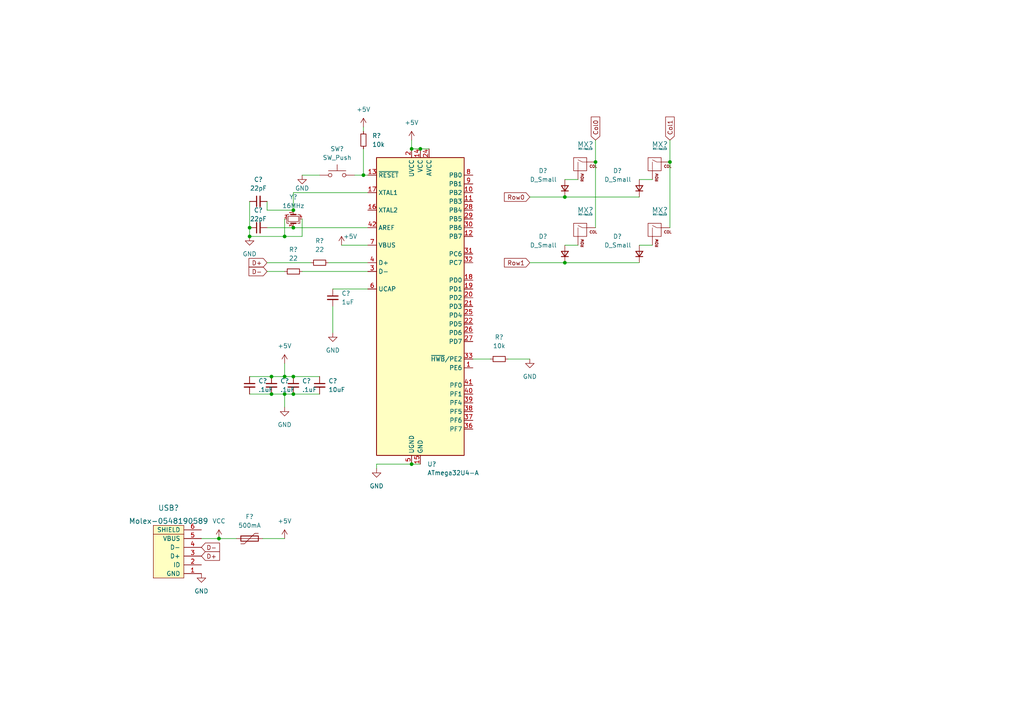
<source format=kicad_sch>
(kicad_sch (version 20211123) (generator eeschema)
  (paper "A4")
  (lib_symbols
    (symbol "Device:C_Small" (pin_numbers hide) (pin_names (offset 0.254) hide)
      (property "Reference" "C" (at 0.254 1.778 0))
      (property "Value" "C_Small" (at 0.254 -2.032 0))
      (symbol "C_Small_0_1"
        (polyline (pts (xy -1.524 -0.508) (xy 1.524 -0.508)) (stroke (width 0.3302)))
        (polyline (pts (xy -1.524 0.508) (xy 1.524 0.508)) (stroke (width 0.3048)))
      )
      (symbol "C_Small_1_1"
        (pin passive line (at 0 2.54 270) (length 2.032) (name "~") (number "1"))
        (pin passive line (at 0 -2.54 90) (length 2.032) (name "~") (number "2"))
      )
    )
    (symbol "Device:Crystal_GND24_Small" (pin_names (offset 1.016) hide)
      (property "Reference" "Y" (at 1.27 4.445 0))
      (property "Value" "Crystal_GND24_Small" (at 1.27 2.54 0))
      (symbol "Crystal_GND24_Small_0_1"
        (rectangle (start -0.762 -1.524) (end 0.762 1.524))
        (polyline (pts (xy -1.27 -0.762) (xy -1.27 0.762)) (stroke (width 0.381)))
        (polyline (pts (xy 1.27 -0.762) (xy 1.27 0.762)) (stroke (width 0.381)))
        (polyline (pts (xy -1.27 -1.27) (xy -1.27 -1.905) (xy 1.27 -1.905) (xy 1.27 -1.27)))
        (polyline (pts (xy -1.27 1.27) (xy -1.27 1.905) (xy 1.27 1.905) (xy 1.27 1.27)))
      )
      (symbol "Crystal_GND24_Small_1_1"
        (pin passive line (at -2.54 0 0) (length 1.27) (name "1") (number "1"))
        (pin passive line (at 0 -2.54 90) (length 0.635) (name "2") (number "2"))
        (pin passive line (at 2.54 0 180) (length 1.27) (name "3") (number "3"))
        (pin passive line (at 0 2.54 270) (length 0.635) (name "4") (number "4"))
      )
    )
    (symbol "Device:D_Small" (pin_numbers hide) (pin_names (offset 0.254) hide)
      (property "Reference" "D" (at -1.27 2.032 0))
      (property "Value" "D_Small" (at -3.81 -2.032 0))
      (symbol "D_Small_0_1"
        (polyline (pts (xy -0.762 -1.016) (xy -0.762 1.016)) (stroke (width 0.254)))
        (polyline (pts (xy -0.762 0) (xy 0.762 0)))
        (polyline (pts (xy 0.762 -1.016) (xy -0.762 0) (xy 0.762 1.016) (xy 0.762 -1.016)) (stroke (width 0.254)))
      )
      (symbol "D_Small_1_1"
        (pin passive line (at -2.54 0 0) (length 1.778) (name "K") (number "1"))
        (pin passive line (at 2.54 0 180) (length 1.778) (name "A") (number "2"))
      )
    )
    (symbol "Device:Polyfuse" (pin_numbers hide) (pin_names (offset 0))
      (property "Reference" "F" (at -2.54 0 90))
      (property "Value" "Polyfuse" (at 2.54 0 90))
      (symbol "Polyfuse_0_1"
        (rectangle (start -0.762 2.54) (end 0.762 -2.54) (stroke (width 0.254)))
        (polyline (pts (xy 0 2.54) (xy 0 -2.54)))
        (polyline (pts (xy -1.524 2.54) (xy -1.524 1.524) (xy 1.524 -1.524) (xy 1.524 -2.54)))
      )
      (symbol "Polyfuse_1_1"
        (pin passive line (at 0 3.81 270) (length 1.27) (name "~") (number "1"))
        (pin passive line (at 0 -3.81 90) (length 1.27) (name "~") (number "2"))
      )
    )
    (symbol "Device:R_Small" (pin_numbers hide) (pin_names (offset 0.254) hide)
      (property "Reference" "R" (at 0.762 0.508 0))
      (property "Value" "R_Small" (at 0.762 -1.016 0))
      (symbol "R_Small_0_1"
        (rectangle (start -0.762 1.778) (end 0.762 -1.778) (stroke (width 0.2032)))
      )
      (symbol "R_Small_1_1"
        (pin passive line (at 0 2.54 270) (length 0.762) (name "~") (number "1"))
        (pin passive line (at 0 -2.54 90) (length 0.762) (name "~") (number "2"))
      )
    )
    (symbol "MCU_Microchip_ATmega:ATmega32U4-A"
      (property "Reference" "U" (at -12.7 44.45 0))
      (property "Value" "ATmega32U4-A" (at 2.54 -44.45 0))
      (symbol "ATmega32U4-A_0_1"
        (rectangle (start -12.7 -43.18) (end 12.7 43.18) (stroke (width 0.254)) (fill (type background)))
      )
      (symbol "ATmega32U4-A_1_1"
        (pin bidirectional line (at 15.24 -17.78 180) (length 2.54) (name "PE6") (number "1"))
        (pin bidirectional line (at 15.24 33.02 180) (length 2.54) (name "PB2") (number "10"))
        (pin bidirectional line (at 15.24 30.48 180) (length 2.54) (name "PB3") (number "11"))
        (pin bidirectional line (at 15.24 20.32 180) (length 2.54) (name "PB7") (number "12"))
        (pin input line (at -15.24 38.1 0) (length 2.54) (name "~{RESET}") (number "13"))
        (pin power_in line (at 0 45.72 270) (length 2.54) (name "VCC") (number "14"))
        (pin power_in line (at 0 -45.72 90) (length 2.54) (name "GND") (number "15"))
        (pin output line (at -15.24 27.94 0) (length 2.54) (name "XTAL2") (number "16"))
        (pin input line (at -15.24 33.02 0) (length 2.54) (name "XTAL1") (number "17"))
        (pin bidirectional line (at 15.24 7.62 180) (length 2.54) (name "PD0") (number "18"))
        (pin bidirectional line (at 15.24 5.08 180) (length 2.54) (name "PD1") (number "19"))
        (pin power_in line (at -2.54 45.72 270) (length 2.54) (name "UVCC") (number "2"))
        (pin bidirectional line (at 15.24 2.54 180) (length 2.54) (name "PD2") (number "20"))
        (pin bidirectional line (at 15.24 0 180) (length 2.54) (name "PD3") (number "21"))
        (pin bidirectional line (at 15.24 -5.08 180) (length 2.54) (name "PD5") (number "22"))
        (pin passive line (at 0 -45.72 90) (length 2.54) hide (name "GND") (number "23"))
        (pin power_in line (at 2.54 45.72 270) (length 2.54) (name "AVCC") (number "24"))
        (pin bidirectional line (at 15.24 -2.54 180) (length 2.54) (name "PD4") (number "25"))
        (pin bidirectional line (at 15.24 -7.62 180) (length 2.54) (name "PD6") (number "26"))
        (pin bidirectional line (at 15.24 -10.16 180) (length 2.54) (name "PD7") (number "27"))
        (pin bidirectional line (at 15.24 27.94 180) (length 2.54) (name "PB4") (number "28"))
        (pin bidirectional line (at 15.24 25.4 180) (length 2.54) (name "PB5") (number "29"))
        (pin bidirectional line (at -15.24 10.16 0) (length 2.54) (name "D-") (number "3"))
        (pin bidirectional line (at 15.24 22.86 180) (length 2.54) (name "PB6") (number "30"))
        (pin bidirectional line (at 15.24 15.24 180) (length 2.54) (name "PC6") (number "31"))
        (pin bidirectional line (at 15.24 12.7 180) (length 2.54) (name "PC7") (number "32"))
        (pin bidirectional line (at 15.24 -15.24 180) (length 2.54) (name "~{HWB}/PE2") (number "33"))
        (pin passive line (at 0 45.72 270) (length 2.54) hide (name "VCC") (number "34"))
        (pin passive line (at 0 -45.72 90) (length 2.54) hide (name "GND") (number "35"))
        (pin bidirectional line (at 15.24 -35.56 180) (length 2.54) (name "PF7") (number "36"))
        (pin bidirectional line (at 15.24 -33.02 180) (length 2.54) (name "PF6") (number "37"))
        (pin bidirectional line (at 15.24 -30.48 180) (length 2.54) (name "PF5") (number "38"))
        (pin bidirectional line (at 15.24 -27.94 180) (length 2.54) (name "PF4") (number "39"))
        (pin bidirectional line (at -15.24 12.7 0) (length 2.54) (name "D+") (number "4"))
        (pin bidirectional line (at 15.24 -25.4 180) (length 2.54) (name "PF1") (number "40"))
        (pin bidirectional line (at 15.24 -22.86 180) (length 2.54) (name "PF0") (number "41"))
        (pin passive line (at -15.24 22.86 0) (length 2.54) (name "AREF") (number "42"))
        (pin passive line (at 0 -45.72 90) (length 2.54) hide (name "GND") (number "43"))
        (pin passive line (at 2.54 45.72 270) (length 2.54) hide (name "AVCC") (number "44"))
        (pin passive line (at -2.54 -45.72 90) (length 2.54) (name "UGND") (number "5"))
        (pin passive line (at -15.24 5.08 0) (length 2.54) (name "UCAP") (number "6"))
        (pin input line (at -15.24 17.78 0) (length 2.54) (name "VBUS") (number "7"))
        (pin bidirectional line (at 15.24 38.1 180) (length 2.54) (name "PB0") (number "8"))
        (pin bidirectional line (at 15.24 35.56 180) (length 2.54) (name "PB1") (number "9"))
      )
    )
    (symbol "MX_Alps_Hybrid:MX-NoLED" (pin_names (offset 1.016))
      (property "Reference" "MX" (at -0.635 3.81 0))
      (property "Value" "MX-NoLED" (at -0.635 1.27 0))
      (symbol "MX-NoLED_0_0"
        (rectangle (start -2.54 2.54) (end 1.27 -1.27))
        (polyline (pts (xy -1.27 -1.27) (xy -1.27 1.27)) (stroke (width 0.127)))
        (polyline (pts (xy 1.27 1.27) (xy 0 1.27) (xy -1.27 1.905)) (stroke (width 0.127)))
        (text "COL" (at 3.175 0 0) (effects (font (size 0.762 0.762))))
        (text "ROW" (at 0 -1.905 900) (effects (font (size 0.762 0.762)) (justify right)))
      )
      (symbol "MX-NoLED_1_1"
        (pin passive line (at 3.81 1.27 180) (length 2.54) (name "COL") (number "1"))
        (pin passive line (at -1.27 -3.81 90) (length 2.54) (name "ROW") (number "2"))
      )
    )
    (symbol "Switch:SW_Push" (pin_numbers hide) (pin_names (offset 1.016) hide)
      (property "Reference" "SW" (at 1.27 2.54 0))
      (property "Value" "SW_Push" (at 0 -1.524 0))
      (symbol "SW_Push_0_1"
        (circle (center -2.032 0) (radius 0.508))
        (polyline (pts (xy 0 1.27) (xy 0 3.048)))
        (polyline (pts (xy 2.54 1.27) (xy -2.54 1.27)))
        (circle (center 2.032 0) (radius 0.508))
        (pin passive line (at -5.08 0 0) (length 2.54) (name "1") (number "1"))
        (pin passive line (at 5.08 0 180) (length 2.54) (name "2") (number "2"))
      )
    )
    (symbol "power:+5V" (power) (pin_names (offset 0))
      (property "Value" "+5V" (at 0 3.556 0))
      (symbol "+5V_0_1"
        (polyline (pts (xy -0.762 1.27) (xy 0 2.54)))
        (polyline (pts (xy 0 0) (xy 0 2.54)))
        (polyline (pts (xy 0 2.54) (xy 0.762 1.27)))
      )
      (symbol "+5V_1_1"
        (pin power_in line (at 0 0 90) (length 0) hide (name "+5V") (number "1"))
      )
    )
    (symbol "power:GND" (power) (pin_names (offset 0))
      (property "Value" "GND" (at 0 -3.81 0))
      (symbol "GND_0_1"
        (polyline (pts (xy 0 0) (xy 0 -1.27) (xy 1.27 -1.27) (xy 0 -2.54) (xy -1.27 -1.27) (xy 0 -1.27)))
      )
      (symbol "GND_1_1"
        (pin power_in line (at 0 0 270) (length 0) hide (name "GND") (number "1"))
      )
    )
    (symbol "power:VCC" (power) (pin_names (offset 0))
      (property "Value" "VCC" (at 0 3.81 0))
      (symbol "VCC_0_1"
        (polyline (pts (xy -0.762 1.27) (xy 0 2.54)))
        (polyline (pts (xy 0 0) (xy 0 2.54)))
        (polyline (pts (xy 0 2.54) (xy 0.762 1.27)))
      )
      (symbol "VCC_1_1"
        (pin power_in line (at 0 0 90) (length 0) hide (name "VCC") (number "1"))
      )
    )
    (symbol "random-keyboard-parts:Molex-0548190589" (pin_names (offset 1.016))
      (property "Reference" "USB" (at 0 7.62 0))
      (property "Value" "Molex-0548190589" (at 0 10.16 0))
      (symbol "Molex-0548190589_0_0"
        (polyline (pts (xy 6.35 -2.54) (xy 6.35 6.35)))
        (rectangle (start 8.89 -2.54) (end -6.35 6.35) (fill (type background)))
      )
      (symbol "Molex-0548190589_1_1"
        (pin input line (at -5.08 -7.62 90) (length 5.08) (name "GND") (number "1"))
        (pin input line (at -2.54 -7.62 90) (length 5.08) (name "ID") (number "2"))
        (pin input line (at 0 -7.62 90) (length 5.08) (name "D+") (number "3"))
        (pin input line (at 2.54 -7.62 90) (length 5.08) (name "D-") (number "4"))
        (pin input line (at 5.08 -7.62 90) (length 5.08) (name "VBUS") (number "5"))
        (pin input line (at 7.62 -7.62 90) (length 5.08) (name "SHIELD") (number "6"))
      )
    )
  )
  (junction (at 82.55 68.58))
  (junction (at 172.72 46.99))
  (junction (at 82.55 114.3))
  (junction (at 72.39 66.04))
  (junction (at 163.83 76.2))
  (junction (at 121.92 43.18))
  (junction (at 119.38 43.18))
  (junction (at 163.83 57.15))
  (junction (at 105.41 50.8))
  (junction (at 72.39 68.58))
  (junction (at 78.74 114.3))
  (junction (at 78.74 109.22))
  (junction (at 85.09 60.96))
  (junction (at 119.38 134.62))
  (junction (at 194.31 46.99))
  (junction (at 82.55 109.22))
  (junction (at 85.09 66.04))
  (junction (at 85.09 114.3))
  (junction (at 85.09 109.22))
  (junction (at 63.5 156.21))
  (wire (pts (xy 109.22 134.62) (xy 109.22 135.89)))
  (wire (pts (xy 82.55 114.3) (xy 85.09 114.3)))
  (wire (pts (xy 96.52 88.9) (xy 96.52 96.52)))
  (wire (pts (xy 119.38 134.62) (xy 109.22 134.62)))
  (wire (pts (xy 153.67 57.15) (xy 163.83 57.15)))
  (wire (pts (xy 72.39 114.3) (xy 78.74 114.3)))
  (wire (pts (xy 137.16 104.14) (xy 142.24 104.14)))
  (wire (pts (xy 172.72 46.99) (xy 172.72 66.04)))
  (wire (pts (xy 77.47 76.2) (xy 90.17 76.2)))
  (wire (pts (xy 121.92 134.62) (xy 119.38 134.62)))
  (wire (pts (xy 58.42 156.21) (xy 63.5 156.21)))
  (wire (pts (xy 85.09 114.3) (xy 92.71 114.3)))
  (wire (pts (xy 77.47 58.42) (xy 77.47 60.96)))
  (wire (pts (xy 77.47 78.74) (xy 82.55 78.74)))
  (wire (pts (xy 87.63 63.5) (xy 87.63 68.58)))
  (wire (pts (xy 121.92 43.18) (xy 124.46 43.18)))
  (wire (pts (xy 85.09 55.88) (xy 85.09 60.96)))
  (wire (pts (xy 85.09 109.22) (xy 92.71 109.22)))
  (wire (pts (xy 194.31 40.64) (xy 194.31 46.99)))
  (wire (pts (xy 185.42 71.12) (xy 189.23 71.12)))
  (wire (pts (xy 163.83 52.07) (xy 167.64 52.07)))
  (wire (pts (xy 72.39 66.04) (xy 72.39 68.58)))
  (wire (pts (xy 82.55 114.3) (xy 82.55 118.11)))
  (wire (pts (xy 72.39 58.42) (xy 72.39 66.04)))
  (wire (pts (xy 72.39 109.22) (xy 78.74 109.22)))
  (wire (pts (xy 82.55 68.58) (xy 82.55 63.5)))
  (wire (pts (xy 87.63 78.74) (xy 106.68 78.74)))
  (wire (pts (xy 82.55 109.22) (xy 85.09 109.22)))
  (wire (pts (xy 95.25 76.2) (xy 106.68 76.2)))
  (wire (pts (xy 163.83 57.15) (xy 185.42 57.15)))
  (wire (pts (xy 153.67 76.2) (xy 163.83 76.2)))
  (wire (pts (xy 172.72 40.64) (xy 172.72 46.99)))
  (wire (pts (xy 99.06 71.12) (xy 106.68 71.12)))
  (wire (pts (xy 78.74 109.22) (xy 82.55 109.22)))
  (wire (pts (xy 163.83 71.12) (xy 167.64 71.12)))
  (wire (pts (xy 85.09 66.04) (xy 106.68 66.04)))
  (wire (pts (xy 163.83 76.2) (xy 185.42 76.2)))
  (wire (pts (xy 147.32 104.14) (xy 153.67 104.14)))
  (wire (pts (xy 96.52 83.82) (xy 106.68 83.82)))
  (wire (pts (xy 82.55 105.41) (xy 82.55 109.22)))
  (wire (pts (xy 105.41 36.83) (xy 105.41 38.1)))
  (wire (pts (xy 82.55 68.58) (xy 72.39 68.58)))
  (wire (pts (xy 194.31 46.99) (xy 194.31 66.04)))
  (wire (pts (xy 87.63 68.58) (xy 82.55 68.58)))
  (wire (pts (xy 87.63 50.8) (xy 92.71 50.8)))
  (wire (pts (xy 105.41 50.8) (xy 106.68 50.8)))
  (wire (pts (xy 85.09 60.96) (xy 77.47 60.96)))
  (wire (pts (xy 85.09 55.88) (xy 106.68 55.88)))
  (wire (pts (xy 78.74 114.3) (xy 82.55 114.3)))
  (wire (pts (xy 119.38 40.64) (xy 119.38 43.18)))
  (wire (pts (xy 105.41 43.18) (xy 105.41 50.8)))
  (wire (pts (xy 119.38 43.18) (xy 121.92 43.18)))
  (wire (pts (xy 185.42 52.07) (xy 189.23 52.07)))
  (wire (pts (xy 63.5 156.21) (xy 68.58 156.21)))
  (wire (pts (xy 102.87 50.8) (xy 105.41 50.8)))
  (wire (pts (xy 76.2 156.21) (xy 82.55 156.21)))
  (wire (pts (xy 77.47 66.04) (xy 85.09 66.04)))
  (global_label "Col0" (shape input) (at 172.72 40.64 90) (property "Intersheet References" "${INTERSHEET_REFS}" (effects hide)))
  (global_label "Row1" (shape input) (at 153.67 76.2 180) (property "Intersheet References" "${INTERSHEET_REFS}" (effects hide)))
  (global_label "Col1" (shape input) (at 194.31 40.64 90) (property "Intersheet References" "${INTERSHEET_REFS}" (effects hide)))
  (global_label "D+" (shape input) (at 77.47 76.2 180) (property "Intersheet References" "${INTERSHEET_REFS}" (effects hide)))
  (global_label "D+" (shape input) (at 58.42 161.29 0) (property "Intersheet References" "${INTERSHEET_REFS}" (effects hide)))
  (global_label "D-" (shape input) (at 77.47 78.74 180) (property "Intersheet References" "${INTERSHEET_REFS}" (effects hide)))
  (global_label "D-" (shape input) (at 58.42 158.75 0) (property "Intersheet References" "${INTERSHEET_REFS}" (effects hide)))
  (global_label "Row0" (shape input) (at 153.67 57.15 180) (property "Intersheet References" "${INTERSHEET_REFS}" (effects hide)))
  (symbol (lib_id "Device:R_Small") (at 85.09 78.74 90) (unit 1)
    (property "Reference" "R?" (at 85.09 72.39 90))
    (property "Value" "22" (at 85.09 74.93 90))
  )
  (symbol (lib_id "Device:R_Small") (at 92.71 76.2 90) (unit 1)
    (property "Reference" "R?" (at 92.71 69.85 90))
    (property "Value" "22" (at 92.71 72.39 90))
  )
  (symbol (lib_id "power:+5V") (at 119.38 40.64 0) (unit 1)
    (property "Reference" "#PWR?" (effects hide))
    (property "Value" "+5V" (at 119.38 35.56 0))
  )
  (symbol (lib_id "MX_Alps_Hybrid:MX-NoLED") (at 190.5 48.26 0) (unit 1)
    (property "Reference" "MX?" (at 191.3856 41.91 0) (effects (font (size 1.524 1.524))))
    (property "Value" "MX-NoLED" (at 191.3856 43.18 0) (effects (font (size 0.508 0.508))))
  )
  (symbol (lib_id "power:GND") (at 58.42 166.37 0) (unit 1)
    (property "Reference" "#PWR?" (effects hide))
    (property "Value" "GND" (at 58.42 171.45 0))
  )
  (symbol (lib_id "power:GND") (at 82.55 118.11 0) (unit 1)
    (property "Reference" "#PWR?" (effects hide))
    (property "Value" "GND" (at 82.55 123.19 0))
  )
  (symbol (lib_id "Device:C_Small") (at 78.74 111.76 0) (unit 1)
    (property "Reference" "C?" (at 81.28 110.4962 0) (effects (justify left)))
    (property "Value" ".1uF" (at 81.28 113.0362 0) (effects (justify left)))
  )
  (symbol (lib_id "power:GND") (at 87.63 50.8 0) (unit 1)
    (property "Reference" "#PWR?" (effects hide))
    (property "Value" "GND" (at 87.63 54.61 0))
  )
  (symbol (lib_id "power:+5V") (at 82.55 105.41 0) (unit 1)
    (property "Reference" "#PWR?" (effects hide))
    (property "Value" "+5V" (at 82.55 100.33 0))
  )
  (symbol (lib_id "Device:Crystal_GND24_Small") (at 85.09 63.5 270) (unit 1)
    (property "Reference" "Y?" (at 85.09 57.15 90))
    (property "Value" "16MHz" (at 85.09 59.69 90))
  )
  (symbol (lib_id "power:+5V") (at 99.06 71.12 0) (unit 1)
    (property "Reference" "#PWR?" (effects hide))
    (property "Value" "+5V" (at 101.6 68.58 0))
  )
  (symbol (lib_id "MX_Alps_Hybrid:MX-NoLED") (at 168.91 67.31 0) (unit 1)
    (property "Reference" "MX?" (at 169.7956 60.96 0) (effects (font (size 1.524 1.524))))
    (property "Value" "MX-NoLED" (at 169.7956 62.23 0) (effects (font (size 0.508 0.508))))
  )
  (symbol (lib_id "Device:R_Small") (at 144.78 104.14 90) (unit 1)
    (property "Reference" "R?" (at 144.78 97.79 90))
    (property "Value" "10k" (at 144.78 100.33 90))
  )
  (symbol (lib_id "Device:D_Small") (at 185.42 54.61 90) (unit 1)
    (property "Reference" "D?" (at 177.8 49.53 90) (effects (justify right)))
    (property "Value" "D_Small" (at 175.26 52.07 90) (effects (justify right)))
  )
  (symbol (lib_id "power:+5V") (at 82.55 156.21 0) (unit 1)
    (property "Reference" "#PWR?" (effects hide))
    (property "Value" "+5V" (at 82.55 151.13 0))
  )
  (symbol (lib_id "power:GND") (at 153.67 104.14 0) (unit 1)
    (property "Reference" "#PWR?" (effects hide))
    (property "Value" "GND" (at 153.67 109.22 0))
  )
  (symbol (lib_id "MCU_Microchip_ATmega:ATmega32U4-A") (at 121.92 88.9 0) (unit 1)
    (property "Reference" "U?" (at 123.9394 134.62 0) (effects (justify left)))
    (property "Value" "ATmega32U4-A" (at 123.9394 137.16 0) (effects (justify left)))
    (property "Footprint" "Package_QFP:TQFP-44_10x10mm_P0.8mm" (effects hide))
    (property "Datasheet" "http://ww1.microchip.com/downloads/en/DeviceDoc/Atmel-7766-8-bit-AVR-ATmega16U4-32U4_Datasheet.pdf" (effects hide))
  )
  (symbol (lib_id "Device:D_Small") (at 163.83 54.61 90) (unit 1)
    (property "Reference" "D?" (at 156.21 49.53 90) (effects (justify right)))
    (property "Value" "D_Small" (at 153.67 52.07 90) (effects (justify right)))
  )
  (symbol (lib_id "Device:C_Small") (at 96.52 86.36 0) (unit 1)
    (property "Reference" "C?" (at 99.06 85.0962 0) (effects (justify left)))
    (property "Value" "1uF" (at 99.06 87.6362 0) (effects (justify left)))
  )
  (symbol (lib_id "Switch:SW_Push") (at 97.79 50.8 0) (unit 1)
    (property "Reference" "SW?" (at 97.79 43.18 0))
    (property "Value" "SW_Push" (at 97.79 45.72 0))
  )
  (symbol (lib_id "Device:Polyfuse") (at 72.39 156.21 90) (unit 1)
    (property "Reference" "F?" (at 72.39 149.86 90))
    (property "Value" "500mA" (at 72.39 152.4 90))
  )
  (symbol (lib_id "Device:R_Small") (at 105.41 40.64 180) (unit 1)
    (property "Reference" "R?" (at 107.95 39.3699 0) (effects (justify right)))
    (property "Value" "10k" (at 107.95 41.9099 0) (effects (justify right)))
  )
  (symbol (lib_id "power:GND") (at 96.52 96.52 0) (unit 1)
    (property "Reference" "#PWR?" (effects hide))
    (property "Value" "GND" (at 96.52 101.6 0))
  )
  (symbol (lib_id "random-keyboard-parts:Molex-0548190589") (at 50.8 161.29 90) (unit 1)
    (property "Reference" "USB?" (at 48.895 147.32 90) (effects (font (size 1.524 1.524))))
    (property "Value" "Molex-0548190589" (at 48.895 151.13 90) (effects (font (size 1.524 1.524))))
  )
  (symbol (lib_id "Device:C_Small") (at 74.93 58.42 90) (unit 1)
    (property "Reference" "C?" (at 74.9363 52.07 90))
    (property "Value" "22pF" (at 74.9363 54.61 90))
  )
  (symbol (lib_id "Device:C_Small") (at 74.93 66.04 90) (unit 1)
    (property "Reference" "C?" (at 74.93 60.96 90))
    (property "Value" "22pF" (at 74.93 63.5 90))
  )
  (symbol (lib_id "Device:D_Small") (at 163.83 73.66 90) (unit 1)
    (property "Reference" "D?" (at 156.21 68.58 90) (effects (justify right)))
    (property "Value" "D_Small" (at 153.67 71.12 90) (effects (justify right)))
  )
  (symbol (lib_id "power:GND") (at 72.39 68.58 0) (unit 1)
    (property "Reference" "#PWR?" (effects hide))
    (property "Value" "GND" (at 72.39 73.66 0))
  )
  (symbol (lib_id "MX_Alps_Hybrid:MX-NoLED") (at 168.91 48.26 0) (unit 1)
    (property "Reference" "MX?" (at 169.7956 41.91 0) (effects (font (size 1.524 1.524))))
    (property "Value" "MX-NoLED" (at 169.7956 43.18 0) (effects (font (size 0.508 0.508))))
  )
  (symbol (lib_id "Device:C_Small") (at 85.09 111.76 0) (unit 1)
    (property "Reference" "C?" (at 87.63 110.4962 0) (effects (justify left)))
    (property "Value" ".1uF" (at 87.63 113.0362 0) (effects (justify left)))
  )
  (symbol (lib_id "Device:C_Small") (at 72.39 111.76 0) (unit 1)
    (property "Reference" "C?" (at 74.93 110.4962 0) (effects (justify left)))
    (property "Value" ".1uF" (at 74.93 113.0362 0) (effects (justify left)))
  )
  (symbol (lib_id "power:GND") (at 109.22 135.89 0) (unit 1)
    (property "Reference" "#PWR?" (effects hide))
    (property "Value" "GND" (at 109.22 140.97 0))
  )
  (symbol (lib_id "power:+5V") (at 105.41 36.83 0) (unit 1)
    (property "Reference" "#PWR?" (effects hide))
    (property "Value" "+5V" (at 105.41 31.75 0))
  )
  (symbol (lib_id "Device:C_Small") (at 92.71 111.76 0) (unit 1)
    (property "Reference" "C?" (at 95.25 110.4962 0) (effects (justify left)))
    (property "Value" "10uF" (at 95.25 113.0362 0) (effects (justify left)))
  )
  (symbol (lib_id "power:VCC") (at 63.5 156.21 0) (unit 1)
    (property "Reference" "#PWR?" (effects hide))
    (property "Value" "VCC" (at 63.5 151.13 0))
  )
  (symbol (lib_id "MX_Alps_Hybrid:MX-NoLED") (at 190.5 67.31 0) (unit 1)
    (property "Reference" "MX?" (at 191.3856 60.96 0) (effects (font (size 1.524 1.524))))
    (property "Value" "MX-NoLED" (at 191.3856 62.23 0) (effects (font (size 0.508 0.508))))
  )
  (symbol (lib_id "Device:D_Small") (at 185.42 73.66 90) (unit 1)
    (property "Reference" "D?" (at 177.8 68.58 90) (effects (justify right)))
    (property "Value" "D_Small" (at 175.26 71.12 90) (effects (justify right)))
  )
)
</source>
